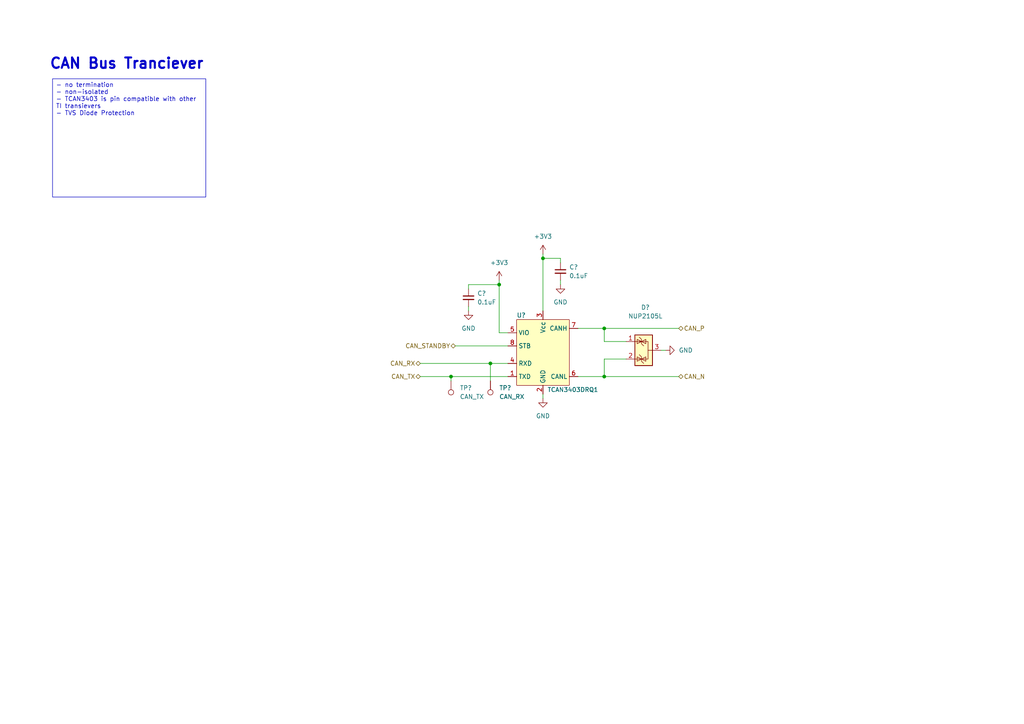
<source format=kicad_sch>
(kicad_sch (version 20250114) (generator "eeschema") (generator_version "9.0")
  (paper "A4")
  (lib_symbols
    (symbol "Connector:TestPoint" (pin_numbers (hide yes)) (pin_names (offset 0.762) (hide yes))
      (property "Reference" "TP" (at 0 6.858 0))
      (property "Value" "TestPoint" (at 0 5.08 0))
      (symbol "TestPoint_0_1"
        (circle (center 0 3.302) (radius 0.762))
      )
      (symbol "TestPoint_1_1"
        (pin passive line (at 0 0 90) (length 2.54) (name "1") (number "1"))
      )
    )
    (symbol "Device:C_Small" (pin_numbers (hide yes)) (pin_names (offset 0.254) (hide yes))
      (property "Reference" "C" (at 0.254 1.778 0))
      (property "Value" "C_Small" (at 0.254 -2.032 0))
      (symbol "C_Small_0_1"
        (polyline (pts (xy -1.524 0.508) (xy 1.524 0.508)) (stroke (width 0.3048)))
        (polyline (pts (xy -1.524 -0.508) (xy 1.524 -0.508)) (stroke (width 0.3302)))
      )
      (symbol "C_Small_1_1"
        (pin passive line (at 0 2.54 270) (length 2.032) (name "~") (number "1"))
        (pin passive line (at 0 -2.54 90) (length 2.032) (name "~") (number "2"))
      )
    )
    (symbol "Interface_CAN_LIN:TCAN3403DRQ1"
      (property "Reference" "U" (at -7.62 10.16 0))
      (property "Value" "TCAN3403DRQ1" (at 8.89 -11.43 0))
      (symbol "TCAN3403DRQ1_0_0"
        (pin power_in line (at -10.16 5.08 0) (length 2.54) (name "VIO") (number "5"))
        (pin input line (at -10.16 1.27 0) (length 2.54) (name "STB") (number "8"))
        (pin output line (at -10.16 -3.81 0) (length 2.54) (name "RXD") (number "4"))
        (pin input line (at -10.16 -7.62 0) (length 2.54) (name "TXD") (number "1"))
        (pin power_in line (at 0 11.43 270) (length 2.54) (name "Vcc") (number "3"))
        (pin power_out line (at 0 -12.7 90) (length 2.54) (name "GND") (number "2"))
        (pin bidirectional line (at 10.16 6.35 180) (length 2.54) (name "CANH") (number "7"))
        (pin bidirectional line (at 10.16 -7.62 180) (length 2.54) (name "CANL") (number "6"))
      )
      (symbol "TCAN3403DRQ1_0_1"
        (rectangle (start -7.62 8.89) (end 7.62 -10.16) (fill (type background)))
      )
    )
    (symbol "Power_Protection:NUP2105L" (pin_names (hide yes))
      (property "Reference" "D" (at 5.715 2.54 0))
      (property "Value" "NUP2105L" (at 5.715 0.635 0))
      (symbol "NUP2105L_0_0"
        (pin passive line (at 0 -5.08 90) (length 2.54) (name "A") (number "3"))
      )
      (symbol "NUP2105L_0_1"
        (rectangle (start -4.445 2.54) (end 4.445 -2.54) (stroke (width 0.254)) (fill (type background)))
        (polyline (pts (xy -3.81 1.27) (xy -3.175 0.635) (xy -1.905 0.635) (xy -1.27 0)))
        (polyline (pts (xy -2.54 2.54) (xy -2.54 0.635)))
        (polyline (pts (xy -2.54 0.635) (xy -2.54 -1.27) (xy 2.54 -1.27) (xy 2.54 0.635)))
        (polyline (pts (xy -2.54 0.635) (xy -1.905 -0.635) (xy -3.175 -0.635) (xy -2.54 0.635)))
        (polyline (pts (xy -2.54 0.635) (xy -3.175 1.905) (xy -1.905 1.905) (xy -2.54 0.635) (xy -2.54 1.27)))
        (polyline (pts (xy 0 -1.27) (xy 0 -2.54)))
        (polyline (pts (xy 1.27 1.27) (xy 1.905 0.635) (xy 2.54 0.635) (xy 3.175 0.635) (xy 3.81 0)))
        (polyline (pts (xy 2.54 2.54) (xy 2.54 0.635)))
        (polyline (pts (xy 2.54 0.635) (xy 1.905 -0.635) (xy 3.175 -0.635) (xy 2.54 0.635)))
        (polyline (pts (xy 2.54 0.635) (xy 3.175 1.905) (xy 1.905 1.905) (xy 2.54 0.635)))
      )
      (symbol "NUP2105L_1_1"
        (pin passive line (at -2.54 5.08 270) (length 2.54) (name "K") (number "1"))
        (pin passive line (at 2.54 5.08 270) (length 2.54) (name "K") (number "2"))
      )
    )
    (symbol "power:+3.3V" (power) (pin_names (offset 0))
      (property "Value" "+3.3V" (at 0 3.556 0))
      (symbol "+3.3V_0_1"
        (polyline (pts (xy -0.762 1.27) (xy 0 2.54)))
        (polyline (pts (xy 0 2.54) (xy 0.762 1.27)))
        (polyline (pts (xy 0 0) (xy 0 2.54)))
      )
      (symbol "+3.3V_1_1"
        (pin power_in line (at 0 0 90) (length 0) (hide yes) (name "+3V3") (number "1"))
      )
    )
    (symbol "power:GND" (power) (pin_names (offset 0))
      (property "Value" "GND" (at 0 -3.81 0))
      (symbol "GND_0_1"
        (polyline (pts (xy 0 0) (xy 0 -1.27) (xy 1.27 -1.27) (xy 0 -2.54) (xy -1.27 -1.27) (xy 0 -1.27)))
      )
      (symbol "GND_1_1"
        (pin power_in line (at 0 0 270) (length 0) (hide yes) (name "GND") (number "1"))
      )
    )
  )
  (text "CAN Bus Tranciever" (at 14.224 20.32 0) (effects (font (size 3 3) (thickness 0.6) (bold yes)) (justify left bottom)))
  (text_box "- no termination\n- non-isolated\n- TCAN3403 is pin compatible with other TI transievers\n- TVS Diode Protection" (at 15.24 22.86 0) (size 44.45 34.29) (margins 0.9525 0.9525 0.9525 0.9525) (effects (font (size 1.27 1.27)) (justify left top)))
  (junction (at 157.48 74.93))
  (junction (at 142.24 105.41))
  (junction (at 175.26 109.22))
  (junction (at 144.78 82.55))
  (junction (at 175.26 95.25))
  (junction (at 130.81 109.22))
  (wire (pts (xy 144.78 96.52) (xy 144.78 82.55)))
  (wire (pts (xy 121.92 109.22) (xy 130.81 109.22)))
  (wire (pts (xy 147.32 96.52) (xy 144.78 96.52)))
  (wire (pts (xy 175.26 109.22) (xy 175.26 104.14)))
  (wire (pts (xy 175.26 109.22) (xy 196.85 109.22)))
  (wire (pts (xy 162.56 82.55) (xy 162.56 81.28)))
  (wire (pts (xy 175.26 95.25) (xy 175.26 99.06)))
  (wire (pts (xy 121.92 105.41) (xy 142.24 105.41)))
  (wire (pts (xy 130.81 109.22) (xy 147.32 109.22)))
  (wire (pts (xy 167.64 109.22) (xy 175.26 109.22)))
  (wire (pts (xy 157.48 74.93) (xy 157.48 90.17)))
  (wire (pts (xy 157.48 74.93) (xy 162.56 74.93)))
  (wire (pts (xy 142.24 105.41) (xy 147.32 105.41)))
  (wire (pts (xy 175.26 99.06) (xy 181.61 99.06)))
  (wire (pts (xy 135.89 82.55) (xy 135.89 83.82)))
  (wire (pts (xy 142.24 105.41) (xy 142.24 110.49)))
  (wire (pts (xy 144.78 82.55) (xy 135.89 82.55)))
  (wire (pts (xy 135.89 88.9) (xy 135.89 90.17)))
  (wire (pts (xy 157.48 114.3) (xy 157.48 115.57)))
  (wire (pts (xy 193.04 101.6) (xy 191.77 101.6)))
  (wire (pts (xy 175.26 104.14) (xy 181.61 104.14)))
  (wire (pts (xy 167.64 95.25) (xy 175.26 95.25)))
  (wire (pts (xy 157.48 73.66) (xy 157.48 74.93)))
  (wire (pts (xy 162.56 76.2) (xy 162.56 74.93)))
  (wire (pts (xy 175.26 95.25) (xy 196.85 95.25)))
  (wire (pts (xy 130.81 109.22) (xy 130.81 110.49)))
  (wire (pts (xy 132.08 100.33) (xy 147.32 100.33)))
  (wire (pts (xy 144.78 81.28) (xy 144.78 82.55)))
  (hierarchical_label "CAN_P" (shape bidirectional) (at 196.85 95.25 0))
  (hierarchical_label "CAN_N" (shape bidirectional) (at 196.85 109.22 0))
  (hierarchical_label "CAN_TX" (shape bidirectional) (at 121.92 109.22 180))
  (hierarchical_label "CAN_STANDBY" (shape bidirectional) (at 132.08 100.33 180))
  (hierarchical_label "CAN_RX" (shape bidirectional) (at 121.92 105.41 180))
  (symbol (lib_id "Connector:TestPoint") (at 142.24 110.49 180) (unit 1)
    (property "Reference" "TP?" (at 144.78 112.5219 0) (effects (justify right)))
    (property "Value" "CAN_RX" (at 144.78 115.0619 0) (effects (justify right)))
    (property "Footprint" "TestPoint:TestPoint_Pad_D1.0mm" (effects (hide yes)))
  )
  (symbol (lib_id "power:GND") (at 162.56 82.55 0) (unit 1)
    (property "Reference" "#PWR?" (effects (hide yes)))
    (property "Value" "GND" (at 162.56 87.63 0))
  )
  (symbol (lib_id "power:+3.3V") (at 157.48 73.66 0) (unit 1)
    (property "Reference" "#PWR?" (effects (hide yes)))
    (property "Value" "+3V3" (at 157.48 68.58 0))
  )
  (symbol (lib_id "power:GND") (at 193.04 101.6 90) (unit 1)
    (property "Reference" "#PWR?" (effects (hide yes)))
    (property "Value" "GND" (at 196.85 101.5999 90) (effects (justify right)))
  )
  (symbol (lib_id "Interface_CAN_LIN:TCAN3403DRQ1") (at 157.48 101.6 0) (unit 1)
    (property "Reference" "U?" (at 149.86 91.44 0) (effects (justify left)))
    (property "Value" "TCAN3403DRQ1" (at 158.75 113.03 0) (effects (justify left)))
    (property "Footprint" "Package_SO:SOIC-8_3.9x4.9mm_P1.27mm" (effects (hide yes)))
  )
  (symbol (lib_id "power:+3.3V") (at 144.78 81.28 0) (unit 1)
    (property "Reference" "#PWR?" (effects (hide yes)))
    (property "Value" "+3V3" (at 144.78 76.2 0))
  )
  (symbol (lib_id "Device:C_Small") (at 135.89 86.36 0) (unit 1)
    (property "Reference" "C?" (at 138.43 85.0962 0) (effects (justify left)))
    (property "Value" "0.1uF" (at 138.43 87.6362 0) (effects (justify left)))
    (property "Footprint" "Capacitor_SMD:C_0603_1608Metric" (effects (hide yes)))
  )
  (symbol (lib_id "power:GND") (at 157.48 115.57 0) (unit 1)
    (property "Reference" "#PWR?" (effects (hide yes)))
    (property "Value" "GND" (at 157.48 120.65 0))
  )
  (symbol (lib_id "power:GND") (at 135.89 90.17 0) (unit 1)
    (property "Reference" "#PWR?" (effects (hide yes)))
    (property "Value" "GND" (at 135.89 95.25 0))
  )
  (symbol (lib_id "Device:C_Small") (at 162.56 78.74 0) (unit 1)
    (property "Reference" "C?" (at 165.1 77.4762 0) (effects (justify left)))
    (property "Value" "0.1uF" (at 165.1 80.0162 0) (effects (justify left)))
    (property "Footprint" "Capacitor_SMD:C_0603_1608Metric" (effects (hide yes)))
  )
  (symbol (lib_id "Power_Protection:NUP2105L") (at 186.69 101.6 90) (mirror x) (unit 1)
    (property "Reference" "D?" (at 187.198 89.154 90))
    (property "Value" "NUP2105L" (at 187.198 91.694 90))
    (property "Footprint" "Package_TO_SOT_SMD:SOT-23" (effects (hide yes)))
    (property "Datasheet" "http://www.onsemi.com/pub_link/Collateral/NUP2105L-D.PDF" (effects (hide yes)))
  )
  (symbol (lib_id "Connector:TestPoint") (at 130.81 110.49 180) (unit 1)
    (property "Reference" "TP?" (at 133.35 112.5219 0) (effects (justify right)))
    (property "Value" "CAN_TX" (at 133.35 115.0619 0) (effects (justify right)))
    (property "Footprint" "TestPoint:TestPoint_Pad_D1.0mm" (effects (hide yes)))
  )
)
</source>
